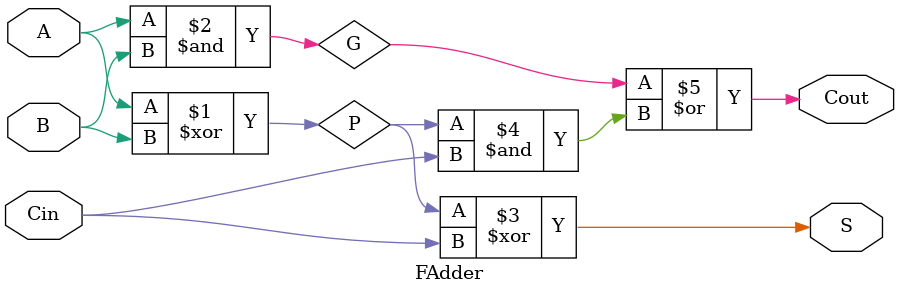
<source format=sv>
`timescale 1ns / 1ps

module FAdder(
        input logic A, B, Cin,
        output logic S, Cout);
        
    logic P, G;
    

    assign P = A ^ B;
    assign G = A & B;

    assign S = P ^ Cin; // Suma
    assign Cout = G | (P & Cin); // Carry
endmodule
</source>
